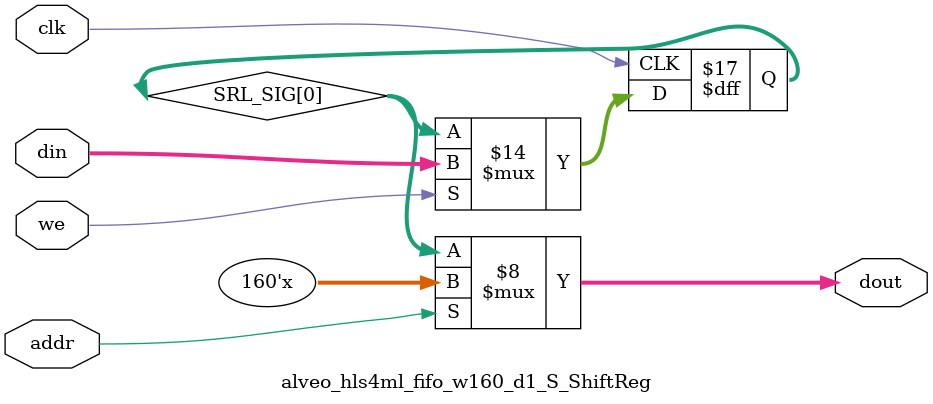
<source format=v>

`timescale 1 ns / 1 ps

module alveo_hls4ml_fifo_w160_d1_S
#(parameter
    MEM_STYLE   = "shiftReg",
    DATA_WIDTH  = 160,
    ADDR_WIDTH  = 1,
    DEPTH       = 1)
(
    // system signal
    input  wire                  clk,
    input  wire                  reset,

    // write
    output wire                  if_full_n,
    input  wire                  if_write_ce,
    input  wire                  if_write,
    input  wire [DATA_WIDTH-1:0] if_din,
    
    // read 
    output wire [ADDR_WIDTH:0]   if_num_data_valid, // for FRP
    output wire [ADDR_WIDTH:0]   if_fifo_cap,       // for FRP
    output wire                  if_empty_n,
    input  wire                  if_read_ce,
    input  wire                  if_read,
    output wire [DATA_WIDTH-1:0] if_dout
);
//------------------------Parameter----------------------

//------------------------Local signal-------------------
wire [ADDR_WIDTH-1:0] addr;
wire                  push;
wire                  pop;
reg signed [ADDR_WIDTH:0]   mOutPtr;
reg                   empty_n = 1'b0;
reg                   full_n  = 1'b1;
// with almost full?  no 
//------------------------Instantiation------------------
alveo_hls4ml_fifo_w160_d1_S_ShiftReg 
#(  .DATA_WIDTH (DATA_WIDTH),
    .ADDR_WIDTH (ADDR_WIDTH),
    .DEPTH      (DEPTH))
U_alveo_hls4ml_fifo_w160_d1_S_ShiftReg (
    .clk        (clk),
    .we         (push),
    .addr       (addr),
    .din        (if_din),
    .dout       (if_dout)
);
//------------------------Task and function--------------

//------------------------Body---------------------------
// has num_data_valid ? 
assign if_num_data_valid = mOutPtr + 1'b1; // yes
assign if_fifo_cap = DEPTH; // yes 

// has almost full ? 
assign if_full_n  = full_n; //no 
assign if_empty_n = empty_n;

assign push = (if_write & if_write_ce) & full_n;
assign pop  = (if_read & if_read_ce) & empty_n;
assign addr = mOutPtr[ADDR_WIDTH] == 1'b0 ? mOutPtr[ADDR_WIDTH-1:0]:{ADDR_WIDTH{1'b0}};

// full_n
always @(posedge clk ) begin
    if (reset == 1'b1)
        full_n <= 1'b1;
    else if (push & ~pop) begin
        if (mOutPtr == DEPTH - 2)
            full_n <= 1'b0;
    end
    else if (~push & pop)
        full_n <= 1'b1;
end

// almost_full_n 

// empty_n
always @(posedge clk ) begin
    if (reset == 1'b1)
        empty_n <= 1'b0;
    else if (push & ~pop)
        empty_n <= 1'b1;
    else if (~push & pop) begin
        if (mOutPtr == 0)
            empty_n <= 1'b0;
    end
end

// mOutPtr
always @(posedge clk ) begin
    if (reset == 1'b1)
        mOutPtr <= {ADDR_WIDTH+1{1'b1}};
    else if (push & ~pop)
        mOutPtr <= mOutPtr + 1'b1;
    else if (~push & pop)
        mOutPtr <= mOutPtr - 1'b1;
end

endmodule  


module alveo_hls4ml_fifo_w160_d1_S_ShiftReg
#(parameter
    DATA_WIDTH  = 160,
    ADDR_WIDTH  = 1,
    DEPTH       = 1)
(
    input  wire                  clk,
    input  wire                  we,
    input  wire [ADDR_WIDTH-1:0] addr,
    input  wire [DATA_WIDTH-1:0] din,
    output wire [DATA_WIDTH-1:0] dout
);

reg [DATA_WIDTH-1:0] SRL_SIG [0:DEPTH-1];
integer i;

always @ (posedge clk) begin
    if (we) begin
        for (i=0; i<DEPTH-1; i=i+1)
            SRL_SIG[i+1] <= SRL_SIG[i];
        SRL_SIG[0] <= din;
    end
end

assign dout = SRL_SIG[addr];

endmodule

</source>
